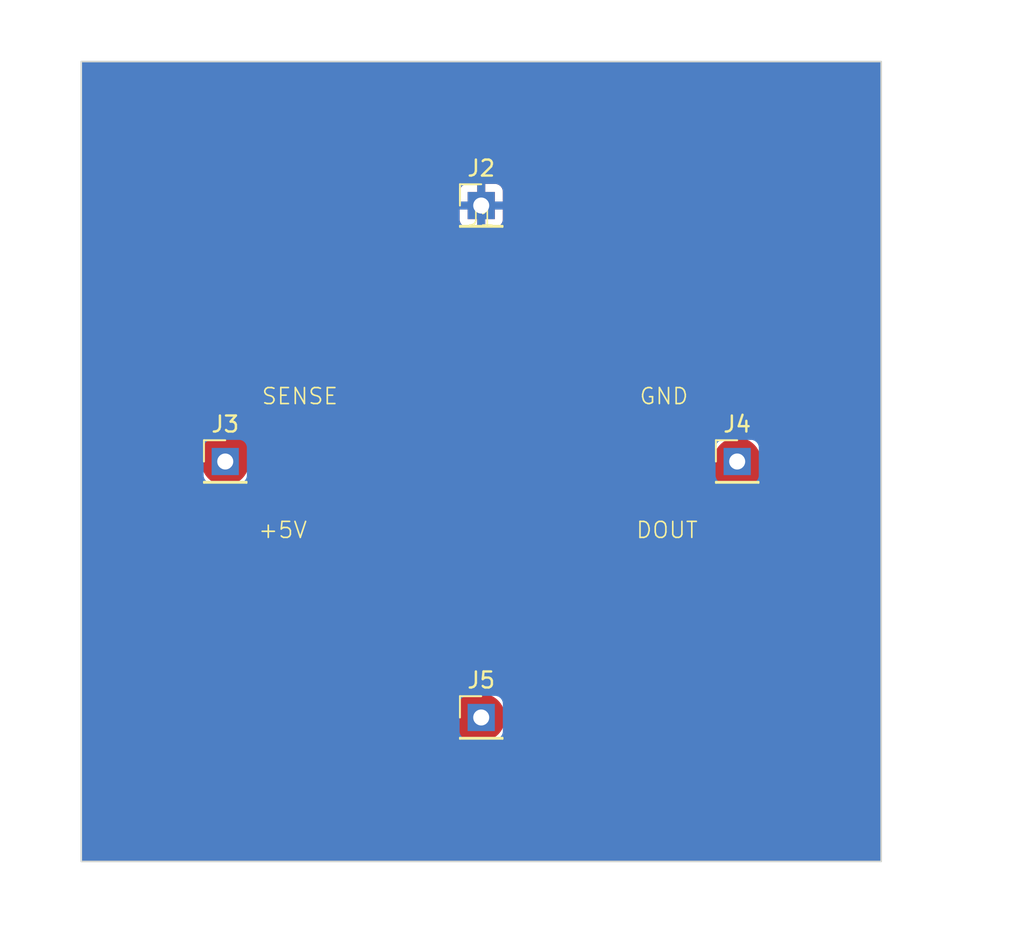
<source format=kicad_pcb>
(kicad_pcb (version 20221018) (generator pcbnew)
  (layers (0 "F.Cu" signal) (31 "B.Cu" signal) (34 "B.Paste" user) (35 "F.Paste" user) (36 "B.SilkS" user "B.Silkscreen") (37 "F.SilkS" user "F.Silkscreen") (38 "B.Mask" user) (39 "F.Mask" user) (44 "Edge.Cuts" user))
  (net 0 "")
  (net 1 "GND")
  (net 2 "Net-(J1-SIG)")
  (net 3 "Net-(J1-DOUT)")
  (net 4 "+5V")
  (footprint "Connector_PinHeader_2.54mm:PinHeader_1x01_P2.54mm_Vertical" (layer "F.Cu") (at 123.808 101.238)
    (fp_text reference "J3" (at 0 -2.33) (layer "F.SilkS"))
    (fp_text value "~")
    (fp_line (start -1.33 -1.33) (end 0 -1.33) (stroke (width 0.12)) (layer "F.SilkS"))
    (fp_line (start -1.33 0) (end -1.33 -1.33) (stroke (width 0.12)) (layer "F.SilkS"))
    (fp_line (start -1.33 1.27) (end -1.33 1.33) (stroke (width 0.12)) (layer "F.SilkS"))
    (fp_line (start -1.33 1.27) (end 1.33 1.27) (stroke (width 0.12)) (layer "F.SilkS"))
    (fp_line (start -1.33 1.33) (end 1.33 1.33) (stroke (width 0.12)) (layer "F.SilkS"))
    (fp_line (start 1.33 1.27) (end 1.33 1.33) (stroke (width 0.12)) (layer "F.SilkS"))
    (pad "1" thru_hole rect (at 0 0) (size 1.7 1.7) (drill 1) (layers "*.Cu" "*.Mask") (net 2 "Net-(J1-SIG)"))
  )
  (footprint "Connector_PinHeader_2.54mm:PinHeader_1x01_P2.54mm_Vertical" (layer "F.Cu") (at 139.808 117.238)
    (fp_text reference "J5" (at 0 -2.33) (layer "F.SilkS"))
    (fp_text value "~")
    (fp_line (start -1.33 -1.33) (end 0 -1.33) (stroke (width 0.12)) (layer "F.SilkS"))
    (fp_line (start -1.33 0) (end -1.33 -1.33) (stroke (width 0.12)) (layer "F.SilkS"))
    (fp_line (start -1.33 1.27) (end -1.33 1.33) (stroke (width 0.12)) (layer "F.SilkS"))
    (fp_line (start -1.33 1.27) (end 1.33 1.27) (stroke (width 0.12)) (layer "F.SilkS"))
    (fp_line (start -1.33 1.33) (end 1.33 1.33) (stroke (width 0.12)) (layer "F.SilkS"))
    (fp_line (start 1.33 1.27) (end 1.33 1.33) (stroke (width 0.12)) (layer "F.SilkS"))
    (pad "1" thru_hole rect (at 0 0) (size 1.7 1.7) (drill 1) (layers "*.Cu" "*.Mask") (net 4 "+5V"))
  )
  (footprint "Quinn_lib:Top Block Connector" (layer "F.Cu") (at 139.808 101.238)
    (fp_text reference "J1" (at 0 -15.24 unlocked) (layer "F.SilkS") (effects (font (thickness 0.1))))
    (fp_text value "~")
    (fp_text user "DOUT" (at 9.620742 4.869823 unlocked) (layer "F.SilkS") (effects (font (thickness 0.1)) (justify left bottom)))
    (fp_text user "+5V" (at -13.995194 4.869823 unlocked) (layer "F.SilkS") (effects (font (thickness 0.1)) (justify left bottom)))
    (fp_text user "GND" (at 9.832544 -3.49636 unlocked) (layer "F.SilkS") (effects (font (thickness 0.1)) (justify left bottom)))
    (fp_text user "SENSE" (at -13.783392 -3.49636 unlocked) (layer "F.SilkS") (effects (font (thickness 0.1)) (justify left bottom)))
    (pad "1" smd rect (at 11.67 -11.67) (size 13.333 13.333) (layers "F.Cu" "F.Paste" "F.Mask") (net 1 "GND"))
    (pad "2" smd rect (at -11.67 -11.67) (size 13.333 13.333) (layers "F.Cu" "F.Paste" "F.Mask") (net 2 "Net-(J1-SIG)"))
    (pad "3" smd rect (at 11.67 11.67) (size 13.333 13.333) (layers "F.Cu" "F.Paste" "F.Mask") (net 3 "Net-(J1-DOUT)"))
    (pad "4" smd rect (at -11.67 11.67) (size 13.333 13.333) (layers "F.Cu" "F.Paste" "F.Mask") (net 4 "+5V"))
  )
  (footprint "Connector_PinHeader_2.54mm:PinHeader_1x01_P2.54mm_Vertical" (layer "F.Cu") (at 139.808 85.238)
    (fp_text reference "J2" (at 0 -2.33) (layer "F.SilkS"))
    (fp_text value "~")
    (fp_line (start -1.33 -1.33) (end 0 -1.33) (stroke (width 0.12)) (layer "F.SilkS"))
    (fp_line (start -1.33 0) (end -1.33 -1.33) (stroke (width 0.12)) (layer "F.SilkS"))
    (fp_line (start -1.33 1.27) (end -1.33 1.33) (stroke (width 0.12)) (layer "F.SilkS"))
    (fp_line (start -1.33 1.27) (end 1.33 1.27) (stroke (width 0.12)) (layer "F.SilkS"))
    (fp_line (start -1.33 1.33) (end 1.33 1.33) (stroke (width 0.12)) (layer "F.SilkS"))
    (fp_line (start 1.33 1.27) (end 1.33 1.33) (stroke (width 0.12)) (layer "F.SilkS"))
    (pad "1" thru_hole rect (at 0 0) (size 1.7 1.7) (drill 1) (layers "*.Cu" "*.Mask") (net 1 "GND"))
  )
  (footprint "Connector_PinHeader_2.54mm:PinHeader_1x01_P2.54mm_Vertical" (layer "F.Cu") (at 155.808 101.238)
    (fp_text reference "J4" (at 0 -2.33) (layer "F.SilkS"))
    (fp_text value "~")
    (fp_line (start -1.33 -1.33) (end 0 -1.33) (stroke (width 0.12)) (layer "F.SilkS"))
    (fp_line (start -1.33 0) (end -1.33 -1.33) (stroke (width 0.12)) (layer "F.SilkS"))
    (fp_line (start -1.33 1.27) (end -1.33 1.33) (stroke (width 0.12)) (layer "F.SilkS"))
    (fp_line (start -1.33 1.27) (end 1.33 1.27) (stroke (width 0.12)) (layer "F.SilkS"))
    (fp_line (start -1.33 1.33) (end 1.33 1.33) (stroke (width 0.12)) (layer "F.SilkS"))
    (fp_line (start 1.33 1.27) (end 1.33 1.33) (stroke (width 0.12)) (layer "F.SilkS"))
    (pad "1" thru_hole rect (at 0 0) (size 1.7 1.7) (drill 1) (layers "*.Cu" "*.Mask") (net 3 "Net-(J1-DOUT)"))
  )
  (gr_rect (start 114.808 76.238) (end 164.808 126.238) (stroke (width 0.1)) (fill none) (layer "Edge.Cuts"))
  (segment (start 123.808 101.238) (end 123.808 93.898) (width 3) (layer "F.Cu") (net 2))
  (segment (start 123.808 93.898) (end 128.138 89.568) (width 0.25) (layer "F.Cu") (net 2))
  (segment (start 155.808 108.578) (end 151.478 112.908) (width 0.25) (layer "F.Cu") (net 3))
  (segment (start 155.808 101.238) (end 155.808 108.578) (width 3) (layer "F.Cu") (net 3))
  (segment (start 132.468 117.238) (end 128.138 112.908) (width 0.25) (layer "F.Cu") (net 4))
  (segment (start 139.808 117.238) (end 132.468 117.238) (width 3) (layer "F.Cu") (net 4))
  (zone (net 1) (net_name "GND") (layers "F&B.Cu") (connect_pads (clearance 0.5)) (min_thickness 0.25) (fill yes (thermal_gap 0.5) (thermal_bridge_width 0.5))
    (polygon (pts (xy 109.728 72.39) (xy 173.736 72.39) (xy 173.736 130.556) (xy 172.72 131.572) (xy 109.728 131.572)))
  )
)
</source>
